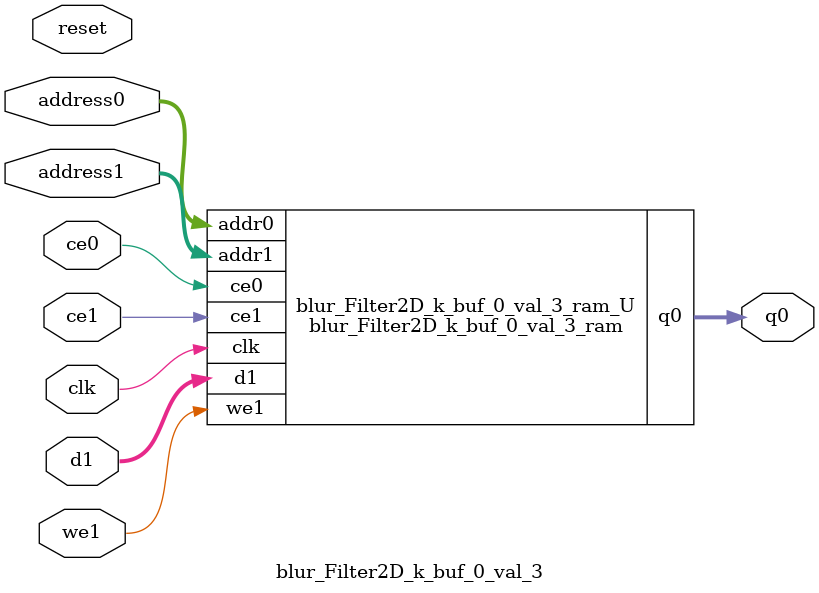
<source format=v>

`timescale 1 ns / 1 ps
module blur_Filter2D_k_buf_0_val_3_ram (addr0, ce0, q0, addr1, ce1, d1, we1,  clk);

parameter DWIDTH = 8;
parameter AWIDTH = 11;
parameter MEM_SIZE = 1920;

input[AWIDTH-1:0] addr0;
input ce0;
output reg[DWIDTH-1:0] q0;
input[AWIDTH-1:0] addr1;
input ce1;
input[DWIDTH-1:0] d1;
input we1;
input clk;

(* ram_style = "block" *)reg [DWIDTH-1:0] ram[MEM_SIZE-1:0];




always @(posedge clk)  
begin 
    if (ce0) 
    begin
            q0 <= ram[addr0];
    end
end


always @(posedge clk)  
begin 
    if (ce1) 
    begin
        if (we1) 
        begin 
            ram[addr1] <= d1; 
        end 
    end
end


endmodule


`timescale 1 ns / 1 ps
module blur_Filter2D_k_buf_0_val_3(
    reset,
    clk,
    address0,
    ce0,
    q0,
    address1,
    ce1,
    we1,
    d1);

parameter DataWidth = 32'd8;
parameter AddressRange = 32'd1920;
parameter AddressWidth = 32'd11;
input reset;
input clk;
input[AddressWidth - 1:0] address0;
input ce0;
output[DataWidth - 1:0] q0;
input[AddressWidth - 1:0] address1;
input ce1;
input we1;
input[DataWidth - 1:0] d1;



blur_Filter2D_k_buf_0_val_3_ram blur_Filter2D_k_buf_0_val_3_ram_U(
    .clk( clk ),
    .addr0( address0 ),
    .ce0( ce0 ),
    .q0( q0 ),
    .addr1( address1 ),
    .ce1( ce1 ),
    .d1( d1 ),
    .we1( we1 ));

endmodule


</source>
